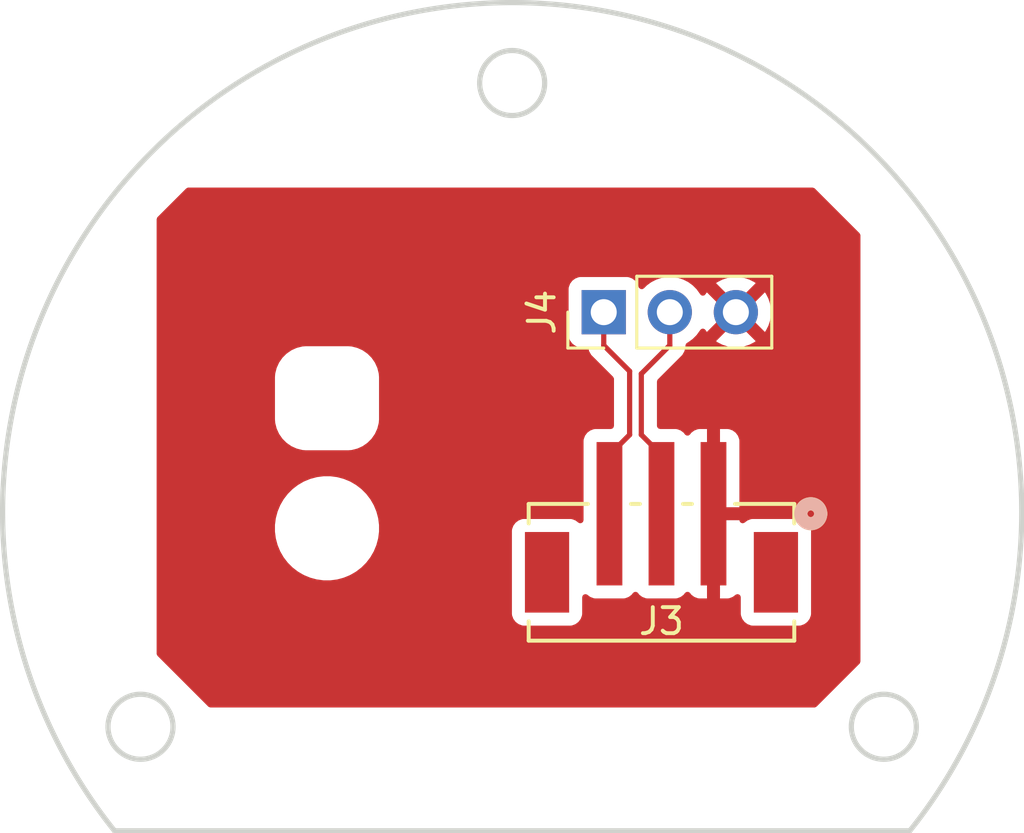
<source format=kicad_pcb>
(kicad_pcb (version 20241229) (generator "pcbnew") (generator_version "9.0")
  (layers (0 "F.Cu" signal) (2 "B.Cu" signal) (13 "F.Paste" user) (15 "B.Paste" user) (5 "F.SilkS" user "F.Silkscreen") (7 "B.SilkS" user "B.Silkscreen") (1 "F.Mask" user) (3 "B.Mask" user) (25 "Edge.Cuts" user))
  (net 0 "")
  (net 1 "/P+")
  (net 2 "/P-")
  (net 3 "GND")
  (footprint "Connector_PinHeader_2.54mm:PinHeader_1x03_P2.54mm_Vertical" (layer "F.Cu") (at 160.02 42.06 90)
    (property "Reference" "J4" (at 0 -2.38 90) (layer "F.SilkS"))
    (property "Value" "Conn_01x03_Pin" (hide yes))
    (fp_line (start -1.38 -1.38) (end 0 -1.38) (stroke (width 0.12)) (layer "F.SilkS"))
    (fp_line (start -1.38 0) (end -1.38 -1.38) (stroke (width 0.12)) (layer "F.SilkS"))
    (fp_line (start 1.38 1.27) (end 1.38 6.46) (stroke (width 0.12)) (layer "F.SilkS"))
    (fp_line (start -1.38 1.27) (end 1.38 1.27) (stroke (width 0.12)) (layer "F.SilkS"))
    (fp_line (start -1.38 1.27) (end -1.38 6.46) (stroke (width 0.12)) (layer "F.SilkS"))
    (fp_line (start -1.38 6.46) (end 1.38 6.46) (stroke (width 0.12)) (layer "F.SilkS"))
    (pad "1" thru_hole rect (at 0 0 90) (size 1.7 1.7) (drill 1) (layers "*.Cu" "*.Mask") (net 1 "/P+"))
    (pad "2" thru_hole circle (at 0 2.54 90) (size 1.7 1.7) (drill 1) (layers "*.Cu" "*.Mask") (net 2 "/P-"))
    (pad "3" thru_hole circle (at 0 5.08 90) (size 1.7 1.7) (drill 1) (layers "*.Cu" "*.Mask") (net 3 "GND"))
  )
  (footprint "B3B:CONN_B3B-PH-SM4-TB_03P_JST" (layer "F.Cu") (at 162.239999 52.061964)
    (property "Reference" "J3" (at 0 1.884172 0) (layer "F.SilkS"))
    (property "Value" "B3B-PH-SM4-TBLFSN" (hide yes))
    (fp_line (start -5.1054 -2.6289) (end -5.1054 -1.880108) (stroke (width 0.1524)) (layer "F.SilkS"))
    (fp_line (start -5.1054 1.884172) (end -5.1054 2.6289) (stroke (width 0.1524)) (layer "F.SilkS"))
    (fp_line (start -5.1054 2.6289) (end 5.1054 2.6289) (stroke (width 0.1524)) (layer "F.SilkS"))
    (fp_line (start -2.828041 -2.6289) (end -5.1054 -2.6289) (stroke (width 0.1524)) (layer "F.SilkS"))
    (fp_line (start -0.82804 -2.6289) (end -1.171961 -2.6289) (stroke (width 0.1524)) (layer "F.SilkS"))
    (fp_line (start 1.171961 -2.6289) (end 0.82804 -2.6289) (stroke (width 0.1524)) (layer "F.SilkS"))
    (fp_line (start 5.1054 -2.6289) (end 2.828041 -2.6289) (stroke (width 0.1524)) (layer "F.SilkS"))
    (fp_line (start 5.1054 -1.880108) (end 5.1054 -2.6289) (stroke (width 0.1524)) (layer "F.SilkS"))
    (fp_line (start 5.1054 2.6289) (end 5.1054 1.884172) (stroke (width 0.1524)) (layer "F.SilkS"))
    (fp_arc (start 5.436012 -2.022815) (mid 5.619592 -2.613304) (end 6.1214 -2.251964) (stroke (width 0.508)) (layer "F.SilkS"))
    (fp_arc (start 6.1214 -2.251964) (mid 5.967964 -1.94639) (end 5.631239 -1.886937) (stroke (width 0.508)) (layer "F.SilkS"))
    (fp_circle (center 5.7404 -2.251964) (end 6.1214 -2.251964) (stroke (width 0.508)) (fill no) (layer "B.SilkS"))
    (pad "1" smd rect (at 2.000001 -2.251964) (size 0.9906 5.5118) (layers "F.Cu" "F.Mask" "F.Paste") (net 3 "GND"))
    (pad "2" smd rect (at 0 -2.251964) (size 0.9906 5.5118) (layers "F.Cu" "F.Mask" "F.Paste") (net 2 "/P-"))
    (pad "3" smd rect (at -2.000001 -2.251964) (size 0.9906 5.5118) (layers "F.Cu" "F.Mask" "F.Paste") (net 1 "/P+"))
    (pad "4" smd rect (at -4.399999 0) (size 1.7 3.0988) (layers "F.Cu" "F.Mask" "F.Paste"))
    (pad "5" smd rect (at 4.399999 0) (size 1.7 3.0988) (layers "F.Cu" "F.Mask" "F.Paste"))
  )
  (gr_circle (center 142.21 58) (end 143.46 58) (stroke (width 0.2)) (fill no) (layer "Edge.Cuts"))
  (gr_circle (center 156.499419 33.25) (end 157.749419 33.25) (stroke (width 0.2)) (fill no) (layer "Edge.Cuts"))
  (gr_line (start 141.21 61.999998) (end 171.788838 62) (stroke (width 0.2)) (layer "Edge.Cuts"))
  (gr_circle (center 170.788838 58) (end 172.038838 58) (stroke (width 0.2)) (fill no) (layer "Edge.Cuts"))
  (gr_line (start 171.788838 62) (end 172.084387 61.621715) (stroke (width 0.2)) (layer "Edge.Cuts"))
  (gr_arc (start 141.21 62) (mid 156.259394 30.15992) (end 172.084387 61.621715) (stroke (width 0.2)) (layer "Edge.Cuts"))
  (segment (start 160.02 43.335001) (end 161.014999 44.33) (width 0.2) (layer "F.Cu") (net 1))
  (segment (start 161.014999 46.774399) (end 160.239998 47.5494) (width 0.2) (layer "F.Cu") (net 1))
  (segment (start 160.02 42.06) (end 160.02 43.335001) (width 0.2) (layer "F.Cu") (net 1))
  (segment (start 160.239998 47.5494) (end 160.239998 49.81) (width 0.2) (layer "F.Cu") (net 1))
  (segment (start 161.014999 44.33) (end 161.014999 46.774399) (width 0.2) (layer "F.Cu") (net 1))
  (segment (start 161.464998 44.430003) (end 161.464998 46.774399) (width 0.2) (layer "F.Cu") (net 2))
  (segment (start 162.56 42.06) (end 162.56 43.335001) (width 0.2) (layer "F.Cu") (net 2))
  (segment (start 161.464998 46.774399) (end 162.239999 47.5494) (width 0.2) (layer "F.Cu") (net 2))
  (segment (start 162.56 43.335001) (end 161.464998 44.430003) (width 0.2) (layer "F.Cu") (net 2))
  (segment (start 162.239999 47.5494) (end 162.239999 49.81) (width 0.2) (layer "F.Cu") (net 2))
  (zone (net 3) (net_name "GND") (layer "F.Cu") (connect_pads (clearance 0.5)) (min_thickness 0.25) (fill yes (thermal_gap 0.5) (thermal_bridge_width 0.5))
    (polygon (pts (xy 142.83 38.44) (xy 144 37.27) (xy 168.1 37.27) (xy 169.89 39.06) (xy 169.89 55.54) (xy 168.17 57.26) (xy 144.85 57.26) (xy 142.83 55.24)))
  )
)
</source>
